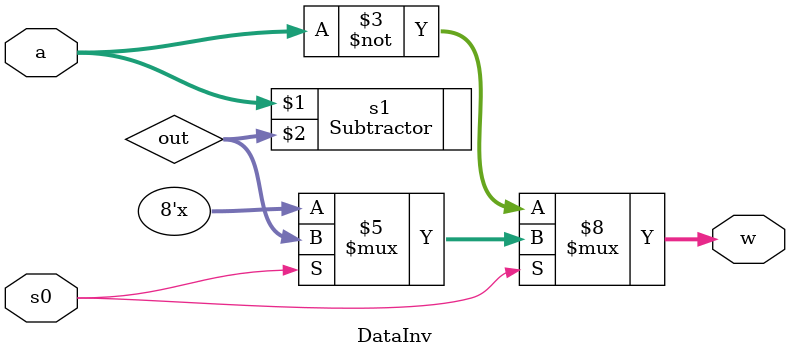
<source format=sv>
module DataInv(
    input logic [7:0] a,
    input logic s0,
    output logic [7:0] w
);

    logic [7:0] out;
    Subtractor s1(a, out);

    always @(s0)
    begin
        if (s0 == 0)
        begin
            w <= ~a;
        end
        else if (s0 == 1)
        begin
            w <= out;
        end
    end

endmodule

</source>
